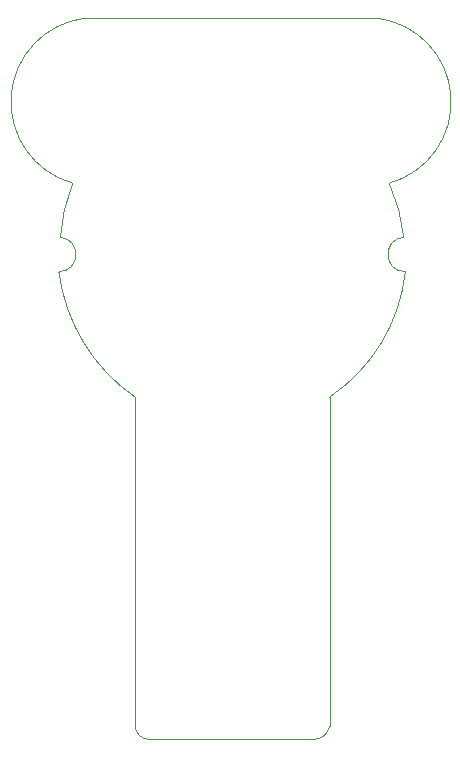
<source format=gbr>
%TF.GenerationSoftware,KiCad,Pcbnew,6.0.2+dfsg-1*%
%TF.CreationDate,2023-02-03T15:07:54+01:00*%
%TF.ProjectId,CoaxBalun,436f6178-4261-46c7-956e-2e6b69636164,rev?*%
%TF.SameCoordinates,Original*%
%TF.FileFunction,Profile,NP*%
%FSLAX46Y46*%
G04 Gerber Fmt 4.6, Leading zero omitted, Abs format (unit mm)*
G04 Created by KiCad (PCBNEW 6.0.2+dfsg-1) date 2023-02-03 15:07:54*
%MOMM*%
%LPD*%
G01*
G04 APERTURE LIST*
%TA.AperFunction,Profile*%
%ADD10C,0.100000*%
%TD*%
G04 APERTURE END LIST*
D10*
X125861231Y-105410000D02*
X125861231Y-77548862D01*
X109402030Y-105410000D02*
G75*
G03*
X110599761Y-106522797I1171921J60395D01*
G01*
X102945817Y-66926406D02*
G75*
G03*
X109402031Y-77548862I15112731J1912118D01*
G01*
X125861231Y-77548862D02*
G75*
G03*
X132281854Y-66925327I-8123333J12161565D01*
G01*
X110599761Y-106522797D02*
X124518961Y-106522797D01*
X102945817Y-66926406D02*
G75*
G03*
X103078577Y-64011716I-11227J1460880D01*
G01*
X109402031Y-105410000D02*
X109402031Y-77548862D01*
X104140000Y-59436000D02*
G75*
G03*
X103078577Y-64011716I12561854J-5324924D01*
G01*
X124518961Y-106522797D02*
G75*
G03*
X125861231Y-105410000I33831J1325123D01*
G01*
X132149094Y-64010637D02*
G75*
G03*
X130910075Y-59436000I-14159959J-1380049D01*
G01*
X130910075Y-59436000D02*
G75*
G03*
X129894075Y-45466000I-1885632J6884809D01*
G01*
X132149094Y-64010637D02*
G75*
G03*
X132281854Y-66925327I119208J-1454939D01*
G01*
X105156000Y-45466000D02*
X129894075Y-45466000D01*
X105156000Y-45466000D02*
G75*
G03*
X104140000Y-59436000I869625J-7085191D01*
G01*
M02*

</source>
